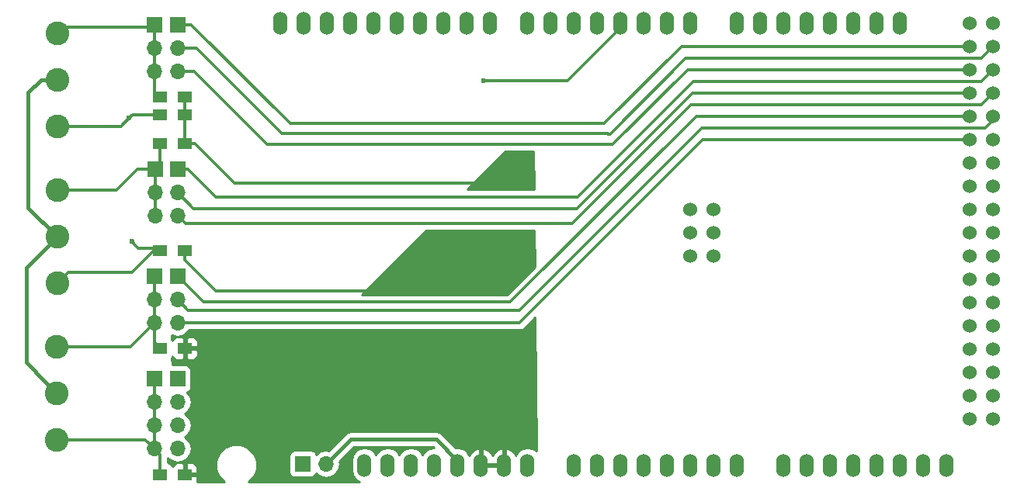
<source format=gbr>
G04 #@! TF.FileFunction,Copper,L1,Top,Signal*
%FSLAX46Y46*%
G04 Gerber Fmt 4.6, Leading zero omitted, Abs format (unit mm)*
G04 Created by KiCad (PCBNEW 4.0.4-stable) date 04/21/17 11:27:43*
%MOMM*%
%LPD*%
G01*
G04 APERTURE LIST*
%ADD10C,0.100000*%
%ADD11C,0.600000*%
%ADD12R,1.700000X1.700000*%
%ADD13O,1.700000X1.700000*%
%ADD14R,1.500000X1.300000*%
%ADD15O,1.524000X2.540000*%
%ADD16C,1.524000*%
%ADD17C,2.600000*%
%ADD18C,0.400000*%
%ADD19C,0.300000*%
%ADD20C,0.254000*%
G04 APERTURE END LIST*
D10*
D11*
X179260000Y-96730000D03*
X175260000Y-96730000D03*
X171260000Y-96730000D03*
X179260000Y-92730000D03*
X175260000Y-92730000D03*
X171260000Y-92730000D03*
X179260000Y-88730000D03*
X175260000Y-88730000D03*
X183610000Y-82380000D03*
X188980000Y-82360000D03*
X193290000Y-77100000D03*
X188730000Y-77110000D03*
X183620000Y-77010000D03*
X181190000Y-79270000D03*
X193300000Y-71440000D03*
X192120000Y-68290000D03*
X171260000Y-88730000D03*
X188580000Y-71450000D03*
D12*
X155200000Y-53850000D03*
D13*
X155200000Y-56390000D03*
X155200000Y-58930000D03*
D14*
X153300000Y-61790000D03*
X156000000Y-61790000D03*
X153300000Y-66810000D03*
X156000000Y-66810000D03*
X153300000Y-102960000D03*
X156000000Y-102960000D03*
X153310000Y-89190000D03*
X156010000Y-89190000D03*
D15*
X216210000Y-53680000D03*
X218750000Y-53680000D03*
X221290000Y-53680000D03*
X223830000Y-53680000D03*
X226370000Y-53680000D03*
X228910000Y-53680000D03*
X231450000Y-53680000D03*
X233990000Y-53680000D03*
X239070000Y-101940000D03*
X236530000Y-101940000D03*
X233990000Y-101940000D03*
X231450000Y-101940000D03*
X221290000Y-101940000D03*
X216210000Y-101940000D03*
X213670000Y-101940000D03*
X223830000Y-101940000D03*
X226370000Y-101940000D03*
X228910000Y-101940000D03*
X211130000Y-101940000D03*
X208590000Y-101940000D03*
X206050000Y-101940000D03*
X198430000Y-101940000D03*
X200970000Y-101940000D03*
X203510000Y-101940000D03*
X193350000Y-101940000D03*
X190810000Y-101940000D03*
X188270000Y-101940000D03*
X183190000Y-101940000D03*
X180650000Y-101940000D03*
X211130000Y-53680000D03*
X208590000Y-53680000D03*
X206050000Y-53680000D03*
X203510000Y-53680000D03*
X200970000Y-53680000D03*
X198430000Y-53680000D03*
X195890000Y-53680000D03*
X193350000Y-53680000D03*
X189286000Y-53680000D03*
X186746000Y-53680000D03*
X184206000Y-53680000D03*
X181666000Y-53680000D03*
X179126000Y-53680000D03*
X176586000Y-53680000D03*
X174046000Y-53680000D03*
X171506000Y-53680000D03*
X185730000Y-101940000D03*
D16*
X241610000Y-56220000D03*
X244150000Y-56220000D03*
X241610000Y-58760000D03*
X244150000Y-58760000D03*
X241610000Y-61300000D03*
X244150000Y-61300000D03*
X241610000Y-63840000D03*
X244150000Y-63840000D03*
X241610000Y-53680000D03*
X244150000Y-53680000D03*
X244150000Y-66380000D03*
X241610000Y-66380000D03*
X241610000Y-68920000D03*
X244150000Y-68920000D03*
X241610000Y-71460000D03*
X244150000Y-71460000D03*
X241610000Y-74000000D03*
X244150000Y-74000000D03*
X241610000Y-76540000D03*
X244150000Y-76540000D03*
X241610000Y-79080000D03*
X244150000Y-79080000D03*
X241610000Y-81620000D03*
X244150000Y-81620000D03*
X241610000Y-84160000D03*
X244150000Y-84160000D03*
X241610000Y-86700000D03*
X244150000Y-86700000D03*
X241610000Y-89240000D03*
X244150000Y-89240000D03*
X241610000Y-91780000D03*
X244150000Y-91780000D03*
X241610000Y-94320000D03*
X244150000Y-94320000D03*
X241610000Y-96860000D03*
X244150000Y-96860000D03*
X211130000Y-74000000D03*
X213670000Y-74000000D03*
X211130000Y-76540000D03*
X213670000Y-76540000D03*
X211130000Y-79080000D03*
X213670000Y-79080000D03*
D15*
X178110000Y-101940000D03*
X175570000Y-101940000D03*
X168966000Y-53680000D03*
X166426000Y-53680000D03*
D12*
X168860000Y-101790000D03*
D13*
X171400000Y-101790000D03*
D12*
X155200000Y-69630000D03*
D13*
X155200000Y-72170000D03*
X155200000Y-74710000D03*
D12*
X155200000Y-92510000D03*
D13*
X155200000Y-95050000D03*
X155200000Y-97590000D03*
X155200000Y-100130000D03*
D12*
X155200000Y-81320000D03*
D13*
X155200000Y-83860000D03*
X155200000Y-86400000D03*
D12*
X152660000Y-53850000D03*
D13*
X152660000Y-56390000D03*
X152660000Y-58930000D03*
D12*
X152780000Y-69630000D03*
D13*
X152780000Y-72170000D03*
X152780000Y-74710000D03*
D12*
X152660000Y-92510000D03*
D13*
X152660000Y-95050000D03*
X152660000Y-97590000D03*
X152660000Y-100130000D03*
D12*
X152660000Y-81320000D03*
D13*
X152660000Y-83860000D03*
X152660000Y-86400000D03*
D14*
X155970000Y-78550000D03*
X153270000Y-78550000D03*
X156000000Y-63700000D03*
X153300000Y-63700000D03*
D17*
X142050000Y-94100000D03*
X142050000Y-89020000D03*
X142050000Y-99180000D03*
X142100000Y-77020000D03*
X142100000Y-71940000D03*
X142100000Y-82100000D03*
X142130000Y-59860000D03*
X142130000Y-54780000D03*
X142130000Y-64940000D03*
D11*
X178460000Y-82360000D03*
X149910000Y-64070000D03*
X150200000Y-77510000D03*
X188610000Y-60000000D03*
D18*
X171400000Y-101790000D02*
X174100000Y-99090000D01*
X185730000Y-101432000D02*
X185730000Y-101940000D01*
X174100000Y-99090000D02*
X183388000Y-99090000D01*
X183388000Y-99090000D02*
X185730000Y-101432000D01*
D19*
X159380000Y-82910000D02*
X177910000Y-82910000D01*
X177910000Y-82910000D02*
X178460000Y-82360000D01*
X155970000Y-78550000D02*
X155970000Y-79500000D01*
X155970000Y-79500000D02*
X159380000Y-82910000D01*
X156000000Y-63700000D02*
X156000000Y-64650000D01*
X156000000Y-64650000D02*
X156000000Y-66810000D01*
X188580000Y-71450000D02*
X188280001Y-71150001D01*
X188280001Y-71150001D02*
X161400001Y-71150001D01*
X161400001Y-71150001D02*
X157060000Y-66810000D01*
X157060000Y-66810000D02*
X156000000Y-66810000D01*
X156000000Y-61790000D02*
X156000000Y-63700000D01*
D18*
X142100000Y-77020000D02*
X138700000Y-80420000D01*
X138700000Y-80420000D02*
X138700000Y-90750000D01*
X138700000Y-90750000D02*
X140750001Y-92800001D01*
X140750001Y-92800001D02*
X142050000Y-94100000D01*
X138920000Y-61231523D02*
X138920000Y-73840000D01*
X138920000Y-73840000D02*
X142100000Y-77020000D01*
X142130000Y-59860000D02*
X140291523Y-59860000D01*
X140291523Y-59860000D02*
X138920000Y-61231523D01*
D19*
X167530000Y-64680000D02*
X156700000Y-53850000D01*
X201740000Y-64680000D02*
X167530000Y-64680000D01*
X210200000Y-56220000D02*
X201740000Y-64680000D01*
X156700000Y-53850000D02*
X156350000Y-53850000D01*
X241610000Y-56220000D02*
X210200000Y-56220000D01*
X156350000Y-53850000D02*
X155200000Y-53850000D01*
X244150000Y-56220000D02*
X242860000Y-57510000D01*
X202360000Y-65790000D02*
X202170000Y-65790000D01*
X242860000Y-57510000D02*
X210640000Y-57510000D01*
X210640000Y-57510000D02*
X202360000Y-65790000D01*
X166580000Y-65750000D02*
X157220000Y-56390000D01*
X202170000Y-65790000D02*
X202130000Y-65750000D01*
X202130000Y-65750000D02*
X166580000Y-65750000D01*
X157220000Y-56390000D02*
X155200000Y-56390000D01*
X241610000Y-58760000D02*
X210830000Y-58760000D01*
X210830000Y-58760000D02*
X202680000Y-66910000D01*
X202680000Y-66910000D02*
X164960000Y-66910000D01*
X164960000Y-66910000D02*
X156980000Y-58930000D01*
X156980000Y-58930000D02*
X155200000Y-58930000D01*
X241610000Y-58760000D02*
X241270000Y-59100000D01*
X155200000Y-69630000D02*
X156350000Y-69630000D01*
X156350000Y-69630000D02*
X159370000Y-72650000D01*
X159370000Y-72650000D02*
X198850000Y-72650000D01*
X198850000Y-72650000D02*
X211440000Y-60060000D01*
X211440000Y-60060000D02*
X242850000Y-60060000D01*
X242850000Y-60060000D02*
X243388001Y-59521999D01*
X243388001Y-59521999D02*
X244150000Y-58760000D01*
X241610000Y-61300000D02*
X211350000Y-61300000D01*
X211350000Y-61300000D02*
X198720000Y-73930000D01*
X198720000Y-73930000D02*
X156960000Y-73930000D01*
X156960000Y-73930000D02*
X155200000Y-72170000D01*
X155200000Y-74710000D02*
X156049999Y-75559999D01*
X156049999Y-75559999D02*
X198200001Y-75559999D01*
X242880000Y-62570000D02*
X244150000Y-61300000D01*
X198200001Y-75559999D02*
X211190000Y-62570000D01*
X211190000Y-62570000D02*
X242880000Y-62570000D01*
X241610000Y-63840000D02*
X211760000Y-63840000D01*
X211760000Y-63840000D02*
X191470000Y-84130000D01*
X191470000Y-84130000D02*
X158010000Y-84130000D01*
X158010000Y-84130000D02*
X155200000Y-81320000D01*
X244150000Y-63840000D02*
X244150000Y-64280000D01*
X244150000Y-64280000D02*
X243300000Y-65130000D01*
X243300000Y-65130000D02*
X212400000Y-65130000D01*
X156370000Y-85030000D02*
X155200000Y-83860000D01*
X212400000Y-65130000D02*
X192500000Y-85030000D01*
X192500000Y-85030000D02*
X156370000Y-85030000D01*
X241610000Y-66380000D02*
X212500000Y-66380000D01*
X212500000Y-66380000D02*
X192480000Y-86400000D01*
X192480000Y-86400000D02*
X155200000Y-86400000D01*
X142130000Y-54780000D02*
X142790000Y-54120000D01*
X142790000Y-54120000D02*
X152390000Y-54120000D01*
X152390000Y-54120000D02*
X152660000Y-53850000D01*
X152660000Y-58930000D02*
X152660000Y-61150000D01*
X152660000Y-61150000D02*
X153300000Y-61790000D01*
X152660000Y-56390000D02*
X152660000Y-58930000D01*
X152660000Y-53850000D02*
X152660000Y-56390000D01*
X142100000Y-71940000D02*
X148540000Y-71940000D01*
X148540000Y-71940000D02*
X150850000Y-69630000D01*
X150850000Y-69630000D02*
X152780000Y-69630000D01*
X152780000Y-72170000D02*
X152780000Y-74710000D01*
X152780000Y-69630000D02*
X152780000Y-72170000D01*
X153300000Y-66810000D02*
X153300000Y-69110000D01*
X153300000Y-69110000D02*
X152780000Y-69630000D01*
X153300000Y-102960000D02*
X153300000Y-100770000D01*
X153300000Y-100770000D02*
X152660000Y-100130000D01*
X142050000Y-99180000D02*
X151710000Y-99180000D01*
X151710000Y-99180000D02*
X152660000Y-100130000D01*
X152660000Y-95050000D02*
X152660000Y-92510000D01*
X152660000Y-97590000D02*
X152660000Y-95050000D01*
X152660000Y-100130000D02*
X152660000Y-97590000D01*
X142050000Y-89020000D02*
X150040000Y-89020000D01*
X150040000Y-89020000D02*
X152660000Y-86400000D01*
X152660000Y-86400000D02*
X152660000Y-88540000D01*
X152660000Y-88540000D02*
X153310000Y-89190000D01*
X152660000Y-83860000D02*
X152660000Y-86400000D01*
X152660000Y-81320000D02*
X152660000Y-83860000D01*
X142130000Y-64940000D02*
X149040000Y-64940000D01*
X149040000Y-64940000D02*
X149910000Y-64070000D01*
X149910000Y-64070000D02*
X150280000Y-63700000D01*
X150280000Y-63700000D02*
X153300000Y-63700000D01*
X153270000Y-78550000D02*
X152970000Y-78250000D01*
X152970000Y-78250000D02*
X150940000Y-78250000D01*
X150940000Y-78250000D02*
X150499999Y-77809999D01*
X150499999Y-77809999D02*
X150200000Y-77510000D01*
X142100000Y-82100000D02*
X143310000Y-80890000D01*
X143310000Y-80890000D02*
X150250000Y-80890000D01*
X150250000Y-80890000D02*
X152590000Y-78550000D01*
X152590000Y-78550000D02*
X153270000Y-78550000D01*
X188610000Y-60000000D02*
X197698000Y-60000000D01*
X197698000Y-60000000D02*
X203510000Y-54188000D01*
X203510000Y-54188000D02*
X203510000Y-53680000D01*
D20*
G36*
X194327117Y-100399694D02*
X193884609Y-100104019D01*
X193350000Y-99997679D01*
X192815391Y-100104019D01*
X192362172Y-100406851D01*
X192070670Y-100843113D01*
X192052059Y-100780059D01*
X191708026Y-100354370D01*
X191227277Y-100092740D01*
X191153070Y-100077780D01*
X190937000Y-100200280D01*
X190937000Y-101813000D01*
X190957000Y-101813000D01*
X190957000Y-102067000D01*
X190937000Y-102067000D01*
X190937000Y-102087000D01*
X190683000Y-102087000D01*
X190683000Y-102067000D01*
X188397000Y-102067000D01*
X188397000Y-102087000D01*
X188143000Y-102087000D01*
X188143000Y-102067000D01*
X188123000Y-102067000D01*
X188123000Y-101813000D01*
X188143000Y-101813000D01*
X188143000Y-100200280D01*
X188397000Y-100200280D01*
X188397000Y-101813000D01*
X190683000Y-101813000D01*
X190683000Y-100200280D01*
X190466930Y-100077780D01*
X190392723Y-100092740D01*
X189911974Y-100354370D01*
X189567941Y-100780059D01*
X189540000Y-100874723D01*
X189512059Y-100780059D01*
X189168026Y-100354370D01*
X188687277Y-100092740D01*
X188613070Y-100077780D01*
X188397000Y-100200280D01*
X188143000Y-100200280D01*
X187926930Y-100077780D01*
X187852723Y-100092740D01*
X187371974Y-100354370D01*
X187027941Y-100780059D01*
X187009330Y-100843113D01*
X186717828Y-100406851D01*
X186264609Y-100104019D01*
X185730000Y-99997679D01*
X185518597Y-100039729D01*
X183978434Y-98499566D01*
X183917718Y-98458997D01*
X183707541Y-98318561D01*
X183388000Y-98255000D01*
X174100000Y-98255000D01*
X173780460Y-98318560D01*
X173509566Y-98499566D01*
X171677939Y-100331193D01*
X171400000Y-100275907D01*
X170831715Y-100388946D01*
X170349946Y-100710853D01*
X170322150Y-100752452D01*
X170313162Y-100704683D01*
X170174090Y-100488559D01*
X169961890Y-100343569D01*
X169710000Y-100292560D01*
X168010000Y-100292560D01*
X167774683Y-100336838D01*
X167558559Y-100475910D01*
X167413569Y-100688110D01*
X167362560Y-100940000D01*
X167362560Y-102640000D01*
X167406838Y-102875317D01*
X167545910Y-103091441D01*
X167758110Y-103236431D01*
X168010000Y-103287440D01*
X169710000Y-103287440D01*
X169945317Y-103243162D01*
X170161441Y-103104090D01*
X170306431Y-102891890D01*
X170320086Y-102824459D01*
X170349946Y-102869147D01*
X170831715Y-103191054D01*
X171400000Y-103304093D01*
X171968285Y-103191054D01*
X172450054Y-102869147D01*
X172771961Y-102387378D01*
X172885000Y-101819093D01*
X172885000Y-101760907D01*
X172839368Y-101531500D01*
X174445868Y-99925000D01*
X183042132Y-99925000D01*
X183127286Y-100010154D01*
X182655391Y-100104019D01*
X182202172Y-100406851D01*
X181920000Y-100829150D01*
X181637828Y-100406851D01*
X181184609Y-100104019D01*
X180650000Y-99997679D01*
X180115391Y-100104019D01*
X179662172Y-100406851D01*
X179380000Y-100829150D01*
X179097828Y-100406851D01*
X178644609Y-100104019D01*
X178110000Y-99997679D01*
X177575391Y-100104019D01*
X177122172Y-100406851D01*
X176840000Y-100829150D01*
X176557828Y-100406851D01*
X176104609Y-100104019D01*
X175570000Y-99997679D01*
X175035391Y-100104019D01*
X174582172Y-100406851D01*
X174279340Y-100860070D01*
X174173000Y-101394679D01*
X174173000Y-102485321D01*
X174279340Y-103019930D01*
X174582172Y-103473149D01*
X175035391Y-103775981D01*
X175055596Y-103780000D01*
X162902621Y-103780000D01*
X163483045Y-103200589D01*
X163822113Y-102384022D01*
X163822885Y-101499857D01*
X163485242Y-100682700D01*
X162860589Y-100056955D01*
X162044022Y-99717887D01*
X161159857Y-99717115D01*
X160342700Y-100054758D01*
X159716955Y-100679411D01*
X159377887Y-101495978D01*
X159377115Y-102380143D01*
X159714758Y-103197300D01*
X160296441Y-103780000D01*
X157366903Y-103780000D01*
X157385000Y-103736310D01*
X157385000Y-103245750D01*
X157226250Y-103087000D01*
X156127000Y-103087000D01*
X156127000Y-103107000D01*
X155873000Y-103107000D01*
X155873000Y-103087000D01*
X155853000Y-103087000D01*
X155853000Y-102833000D01*
X155873000Y-102833000D01*
X155873000Y-101833750D01*
X156127000Y-101833750D01*
X156127000Y-102833000D01*
X157226250Y-102833000D01*
X157385000Y-102674250D01*
X157385000Y-102183690D01*
X157288327Y-101950301D01*
X157109698Y-101771673D01*
X156876309Y-101675000D01*
X156285750Y-101675000D01*
X156127000Y-101833750D01*
X155873000Y-101833750D01*
X155714250Y-101675000D01*
X155123691Y-101675000D01*
X154890302Y-101771673D01*
X154711673Y-101950301D01*
X154655346Y-102086287D01*
X154653162Y-102074683D01*
X154514090Y-101858559D01*
X154301890Y-101713569D01*
X154085000Y-101669648D01*
X154085000Y-101126396D01*
X154120853Y-101180054D01*
X154602622Y-101501961D01*
X155170907Y-101615000D01*
X155229093Y-101615000D01*
X155797378Y-101501961D01*
X156279147Y-101180054D01*
X156601054Y-100698285D01*
X156714093Y-100130000D01*
X156601054Y-99561715D01*
X156279147Y-99079946D01*
X155949974Y-98860000D01*
X156279147Y-98640054D01*
X156601054Y-98158285D01*
X156714093Y-97590000D01*
X156601054Y-97021715D01*
X156279147Y-96539946D01*
X155949974Y-96320000D01*
X156279147Y-96100054D01*
X156601054Y-95618285D01*
X156714093Y-95050000D01*
X156601054Y-94481715D01*
X156279147Y-93999946D01*
X156237548Y-93972150D01*
X156285317Y-93963162D01*
X156501441Y-93824090D01*
X156646431Y-93611890D01*
X156697440Y-93360000D01*
X156697440Y-91660000D01*
X156653162Y-91424683D01*
X156514090Y-91208559D01*
X156301890Y-91063569D01*
X156050000Y-91012560D01*
X154598199Y-91012560D01*
X154591678Y-90186659D01*
X154656431Y-90091890D01*
X154663191Y-90058510D01*
X154721673Y-90199699D01*
X154900302Y-90378327D01*
X155133691Y-90475000D01*
X155724250Y-90475000D01*
X155883000Y-90316250D01*
X155883000Y-89317000D01*
X156137000Y-89317000D01*
X156137000Y-90316250D01*
X156295750Y-90475000D01*
X156886309Y-90475000D01*
X157119698Y-90378327D01*
X157298327Y-90199699D01*
X157395000Y-89966310D01*
X157395000Y-89475750D01*
X157236250Y-89317000D01*
X156137000Y-89317000D01*
X155883000Y-89317000D01*
X155863000Y-89317000D01*
X155863000Y-89063000D01*
X155883000Y-89063000D01*
X155883000Y-88063750D01*
X156137000Y-88063750D01*
X156137000Y-89063000D01*
X157236250Y-89063000D01*
X157395000Y-88904250D01*
X157395000Y-88413690D01*
X157298327Y-88180301D01*
X157119698Y-88001673D01*
X156886309Y-87905000D01*
X156295750Y-87905000D01*
X156137000Y-88063750D01*
X155883000Y-88063750D01*
X155724250Y-87905000D01*
X155133691Y-87905000D01*
X154900302Y-88001673D01*
X154721673Y-88180301D01*
X154665346Y-88316287D01*
X154663162Y-88304683D01*
X154575745Y-88168833D01*
X154572452Y-87751802D01*
X154602622Y-87771961D01*
X155170907Y-87885000D01*
X155229093Y-87885000D01*
X155797378Y-87771961D01*
X156279147Y-87450054D01*
X156456250Y-87185000D01*
X192480000Y-87185000D01*
X192780407Y-87125245D01*
X193035079Y-86955079D01*
X194198352Y-85791806D01*
X194327117Y-100399694D01*
X194327117Y-100399694D01*
G37*
X194327117Y-100399694D02*
X193884609Y-100104019D01*
X193350000Y-99997679D01*
X192815391Y-100104019D01*
X192362172Y-100406851D01*
X192070670Y-100843113D01*
X192052059Y-100780059D01*
X191708026Y-100354370D01*
X191227277Y-100092740D01*
X191153070Y-100077780D01*
X190937000Y-100200280D01*
X190937000Y-101813000D01*
X190957000Y-101813000D01*
X190957000Y-102067000D01*
X190937000Y-102067000D01*
X190937000Y-102087000D01*
X190683000Y-102087000D01*
X190683000Y-102067000D01*
X188397000Y-102067000D01*
X188397000Y-102087000D01*
X188143000Y-102087000D01*
X188143000Y-102067000D01*
X188123000Y-102067000D01*
X188123000Y-101813000D01*
X188143000Y-101813000D01*
X188143000Y-100200280D01*
X188397000Y-100200280D01*
X188397000Y-101813000D01*
X190683000Y-101813000D01*
X190683000Y-100200280D01*
X190466930Y-100077780D01*
X190392723Y-100092740D01*
X189911974Y-100354370D01*
X189567941Y-100780059D01*
X189540000Y-100874723D01*
X189512059Y-100780059D01*
X189168026Y-100354370D01*
X188687277Y-100092740D01*
X188613070Y-100077780D01*
X188397000Y-100200280D01*
X188143000Y-100200280D01*
X187926930Y-100077780D01*
X187852723Y-100092740D01*
X187371974Y-100354370D01*
X187027941Y-100780059D01*
X187009330Y-100843113D01*
X186717828Y-100406851D01*
X186264609Y-100104019D01*
X185730000Y-99997679D01*
X185518597Y-100039729D01*
X183978434Y-98499566D01*
X183917718Y-98458997D01*
X183707541Y-98318561D01*
X183388000Y-98255000D01*
X174100000Y-98255000D01*
X173780460Y-98318560D01*
X173509566Y-98499566D01*
X171677939Y-100331193D01*
X171400000Y-100275907D01*
X170831715Y-100388946D01*
X170349946Y-100710853D01*
X170322150Y-100752452D01*
X170313162Y-100704683D01*
X170174090Y-100488559D01*
X169961890Y-100343569D01*
X169710000Y-100292560D01*
X168010000Y-100292560D01*
X167774683Y-100336838D01*
X167558559Y-100475910D01*
X167413569Y-100688110D01*
X167362560Y-100940000D01*
X167362560Y-102640000D01*
X167406838Y-102875317D01*
X167545910Y-103091441D01*
X167758110Y-103236431D01*
X168010000Y-103287440D01*
X169710000Y-103287440D01*
X169945317Y-103243162D01*
X170161441Y-103104090D01*
X170306431Y-102891890D01*
X170320086Y-102824459D01*
X170349946Y-102869147D01*
X170831715Y-103191054D01*
X171400000Y-103304093D01*
X171968285Y-103191054D01*
X172450054Y-102869147D01*
X172771961Y-102387378D01*
X172885000Y-101819093D01*
X172885000Y-101760907D01*
X172839368Y-101531500D01*
X174445868Y-99925000D01*
X183042132Y-99925000D01*
X183127286Y-100010154D01*
X182655391Y-100104019D01*
X182202172Y-100406851D01*
X181920000Y-100829150D01*
X181637828Y-100406851D01*
X181184609Y-100104019D01*
X180650000Y-99997679D01*
X180115391Y-100104019D01*
X179662172Y-100406851D01*
X179380000Y-100829150D01*
X179097828Y-100406851D01*
X178644609Y-100104019D01*
X178110000Y-99997679D01*
X177575391Y-100104019D01*
X177122172Y-100406851D01*
X176840000Y-100829150D01*
X176557828Y-100406851D01*
X176104609Y-100104019D01*
X175570000Y-99997679D01*
X175035391Y-100104019D01*
X174582172Y-100406851D01*
X174279340Y-100860070D01*
X174173000Y-101394679D01*
X174173000Y-102485321D01*
X174279340Y-103019930D01*
X174582172Y-103473149D01*
X175035391Y-103775981D01*
X175055596Y-103780000D01*
X162902621Y-103780000D01*
X163483045Y-103200589D01*
X163822113Y-102384022D01*
X163822885Y-101499857D01*
X163485242Y-100682700D01*
X162860589Y-100056955D01*
X162044022Y-99717887D01*
X161159857Y-99717115D01*
X160342700Y-100054758D01*
X159716955Y-100679411D01*
X159377887Y-101495978D01*
X159377115Y-102380143D01*
X159714758Y-103197300D01*
X160296441Y-103780000D01*
X157366903Y-103780000D01*
X157385000Y-103736310D01*
X157385000Y-103245750D01*
X157226250Y-103087000D01*
X156127000Y-103087000D01*
X156127000Y-103107000D01*
X155873000Y-103107000D01*
X155873000Y-103087000D01*
X155853000Y-103087000D01*
X155853000Y-102833000D01*
X155873000Y-102833000D01*
X155873000Y-101833750D01*
X156127000Y-101833750D01*
X156127000Y-102833000D01*
X157226250Y-102833000D01*
X157385000Y-102674250D01*
X157385000Y-102183690D01*
X157288327Y-101950301D01*
X157109698Y-101771673D01*
X156876309Y-101675000D01*
X156285750Y-101675000D01*
X156127000Y-101833750D01*
X155873000Y-101833750D01*
X155714250Y-101675000D01*
X155123691Y-101675000D01*
X154890302Y-101771673D01*
X154711673Y-101950301D01*
X154655346Y-102086287D01*
X154653162Y-102074683D01*
X154514090Y-101858559D01*
X154301890Y-101713569D01*
X154085000Y-101669648D01*
X154085000Y-101126396D01*
X154120853Y-101180054D01*
X154602622Y-101501961D01*
X155170907Y-101615000D01*
X155229093Y-101615000D01*
X155797378Y-101501961D01*
X156279147Y-101180054D01*
X156601054Y-100698285D01*
X156714093Y-100130000D01*
X156601054Y-99561715D01*
X156279147Y-99079946D01*
X155949974Y-98860000D01*
X156279147Y-98640054D01*
X156601054Y-98158285D01*
X156714093Y-97590000D01*
X156601054Y-97021715D01*
X156279147Y-96539946D01*
X155949974Y-96320000D01*
X156279147Y-96100054D01*
X156601054Y-95618285D01*
X156714093Y-95050000D01*
X156601054Y-94481715D01*
X156279147Y-93999946D01*
X156237548Y-93972150D01*
X156285317Y-93963162D01*
X156501441Y-93824090D01*
X156646431Y-93611890D01*
X156697440Y-93360000D01*
X156697440Y-91660000D01*
X156653162Y-91424683D01*
X156514090Y-91208559D01*
X156301890Y-91063569D01*
X156050000Y-91012560D01*
X154598199Y-91012560D01*
X154591678Y-90186659D01*
X154656431Y-90091890D01*
X154663191Y-90058510D01*
X154721673Y-90199699D01*
X154900302Y-90378327D01*
X155133691Y-90475000D01*
X155724250Y-90475000D01*
X155883000Y-90316250D01*
X155883000Y-89317000D01*
X156137000Y-89317000D01*
X156137000Y-90316250D01*
X156295750Y-90475000D01*
X156886309Y-90475000D01*
X157119698Y-90378327D01*
X157298327Y-90199699D01*
X157395000Y-89966310D01*
X157395000Y-89475750D01*
X157236250Y-89317000D01*
X156137000Y-89317000D01*
X155883000Y-89317000D01*
X155863000Y-89317000D01*
X155863000Y-89063000D01*
X155883000Y-89063000D01*
X155883000Y-88063750D01*
X156137000Y-88063750D01*
X156137000Y-89063000D01*
X157236250Y-89063000D01*
X157395000Y-88904250D01*
X157395000Y-88413690D01*
X157298327Y-88180301D01*
X157119698Y-88001673D01*
X156886309Y-87905000D01*
X156295750Y-87905000D01*
X156137000Y-88063750D01*
X155883000Y-88063750D01*
X155724250Y-87905000D01*
X155133691Y-87905000D01*
X154900302Y-88001673D01*
X154721673Y-88180301D01*
X154665346Y-88316287D01*
X154663162Y-88304683D01*
X154575745Y-88168833D01*
X154572452Y-87751802D01*
X154602622Y-87771961D01*
X155170907Y-87885000D01*
X155229093Y-87885000D01*
X155797378Y-87771961D01*
X156279147Y-87450054D01*
X156456250Y-87185000D01*
X192480000Y-87185000D01*
X192780407Y-87125245D01*
X193035079Y-86955079D01*
X194198352Y-85791806D01*
X194327117Y-100399694D01*
G36*
X194150292Y-80339550D02*
X191144842Y-83345000D01*
X175333833Y-83345000D01*
X182320807Y-76344999D01*
X194115082Y-76344999D01*
X194150292Y-80339550D01*
X194150292Y-80339550D01*
G37*
X194150292Y-80339550D02*
X191144842Y-83345000D01*
X175333833Y-83345000D01*
X182320807Y-76344999D01*
X194115082Y-76344999D01*
X194150292Y-80339550D01*
G36*
X194075592Y-71865000D02*
X186792468Y-71865000D01*
X190954708Y-67695000D01*
X194038834Y-67695000D01*
X194075592Y-71865000D01*
X194075592Y-71865000D01*
G37*
X194075592Y-71865000D02*
X186792468Y-71865000D01*
X190954708Y-67695000D01*
X194038834Y-67695000D01*
X194075592Y-71865000D01*
M02*

</source>
